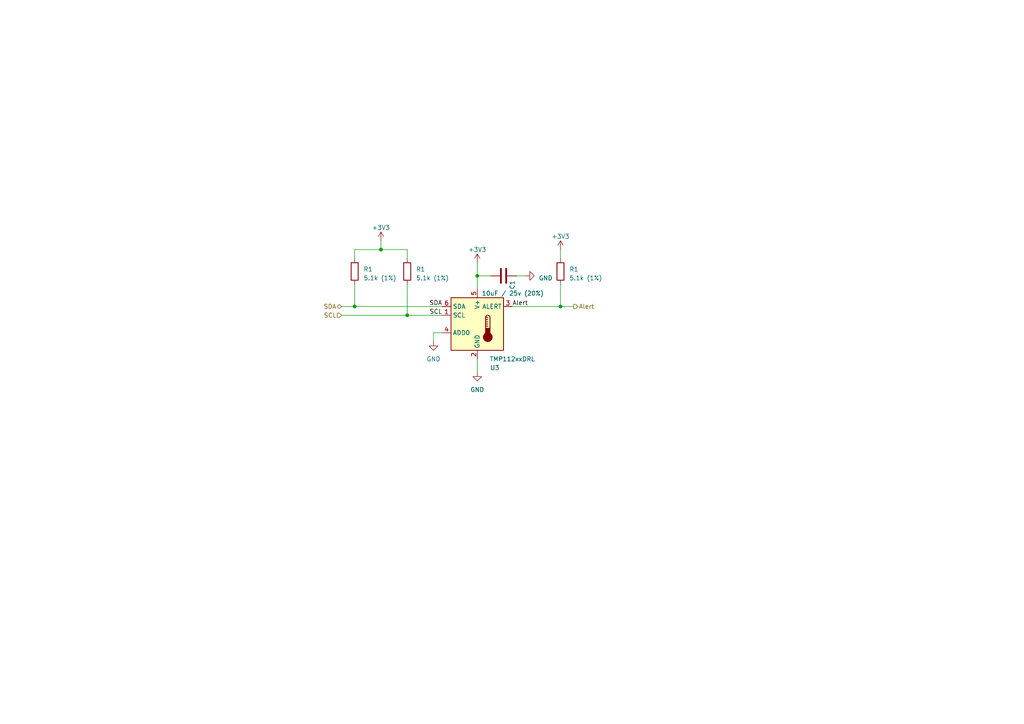
<source format=kicad_sch>
(kicad_sch (version 20230121) (generator eeschema)
  (paper "A4")
  (lib_symbols
    (symbol "Device:C" (pin_numbers hide) (pin_names (offset 0.254))
      (property "Reference" "C" (at 0.635 2.54 0))
      (property "Value" "C" (at 0.635 -2.54 0))
      (symbol "C_0_1"
        (polyline (pts (xy -2.032 -0.762) (xy 2.032 -0.762)) (stroke (width 0.508)))
        (polyline (pts (xy -2.032 0.762) (xy 2.032 0.762)) (stroke (width 0.508)))
      )
      (symbol "C_1_1"
        (pin passive line (at 0 3.81 270) (length 2.794) (name "~") (number "1"))
        (pin passive line (at 0 -3.81 90) (length 2.794) (name "~") (number "2"))
      )
    )
    (symbol "Device:R" (pin_numbers hide) (pin_names (offset 0))
      (property "Reference" "R" (at 2.032 0 90))
      (property "Value" "R" (at 0 0 90))
      (symbol "R_0_1"
        (rectangle (start -1.016 -2.54) (end 1.016 2.54) (stroke (width 0.254)))
      )
      (symbol "R_1_1"
        (pin passive line (at 0 3.81 270) (length 1.27) (name "~") (number "1"))
        (pin passive line (at 0 -3.81 90) (length 1.27) (name "~") (number "2"))
      )
    )
    (symbol "Sensor_Temperature:TMP112xxDRL"
      (property "Reference" "U" (at -2.54 10.795 0))
      (property "Value" "TMP112xxDRL" (at -2.54 8.89 0))
      (symbol "TMP112xxDRL_0_1"
        (rectangle (start -7.62 7.62) (end 7.62 -7.62) (stroke (width 0.254)) (fill (type background)))
      )
      (symbol "TMP112xxDRL_1_1"
        (polyline (pts (xy 2.413 -0.635) (xy 3.048 -0.635)) (stroke (width 0.254)))
        (polyline (pts (xy 2.413 0) (xy 3.048 0)) (stroke (width 0.254)))
        (polyline (pts (xy 2.413 0.635) (xy 3.048 0.635)) (stroke (width 0.254)))
        (polyline (pts (xy 2.413 1.27) (xy 3.048 1.27)) (stroke (width 0.254)))
        (polyline (pts (xy 2.413 1.905) (xy 2.413 -1.27)) (stroke (width 0.254)))
        (polyline (pts (xy 2.413 1.905) (xy 3.048 1.905)) (stroke (width 0.254)))
        (polyline (pts (xy 3.683 1.905) (xy 3.683 -1.27)) (stroke (width 0.254)))
        (circle (center 3.048 -3.81) (radius 1.27) (stroke (width 0.254)) (fill (type outline)))
        (rectangle (start 3.683 -3.175) (end 2.413 -1.27) (stroke (width 0.254)) (fill (type outline)))
        (arc (start 3.683 1.905) (mid 3.048 2.5373) (end 2.413 1.905) (stroke (width 0.254)))
        (pin input line (at -10.16 2.54 0) (length 2.54) (name "SCL") (number "1"))
        (pin power_in line (at 0 -10.16 90) (length 2.54) (name "GND") (number "2"))
        (pin open_collector line (at 10.16 5.08 180) (length 2.54) (name "ALERT") (number "3"))
        (pin input line (at -10.16 -2.54 0) (length 2.54) (name "ADD0") (number "4"))
        (pin power_in line (at 0 10.16 270) (length 2.54) (name "V+") (number "5"))
        (pin bidirectional line (at -10.16 5.08 0) (length 2.54) (name "SDA") (number "6"))
      )
    )
    (symbol "power:+3V3" (power) (pin_names (offset 0))
      (property "Value" "+3V3" (at 0 3.556 0))
      (symbol "+3V3_0_1"
        (polyline (pts (xy -0.762 1.27) (xy 0 2.54)))
        (polyline (pts (xy 0 0) (xy 0 2.54)))
        (polyline (pts (xy 0 2.54) (xy 0.762 1.27)))
      )
      (symbol "+3V3_1_1"
        (pin power_in line (at 0 0 90) (length 0) hide (name "+3V3") (number "1"))
      )
    )
    (symbol "power:GND" (power) (pin_names (offset 0))
      (property "Value" "GND" (at 0 -3.81 0))
      (symbol "GND_0_1"
        (polyline (pts (xy 0 0) (xy 0 -1.27) (xy 1.27 -1.27) (xy 0 -2.54) (xy -1.27 -1.27) (xy 0 -1.27)))
      )
      (symbol "GND_1_1"
        (pin power_in line (at 0 0 270) (length 0) hide (name "GND") (number "1"))
      )
    )
  )
  (junction (at 162.56 88.9))
  (junction (at 138.43 80.01))
  (junction (at 118.11 91.44))
  (junction (at 102.87 88.9))
  (junction (at 110.49 72.39))
  (wire (pts (xy 138.43 80.01) (xy 142.24 80.01)))
  (wire (pts (xy 128.27 96.52) (xy 125.73 96.52)))
  (wire (pts (xy 138.43 104.14) (xy 138.43 107.95)))
  (wire (pts (xy 102.87 72.39) (xy 110.49 72.39)))
  (wire (pts (xy 110.49 69.85) (xy 110.49 72.39)))
  (wire (pts (xy 102.87 82.55) (xy 102.87 88.9)))
  (wire (pts (xy 149.86 80.01) (xy 152.4 80.01)))
  (wire (pts (xy 125.73 96.52) (xy 125.73 99.06)))
  (wire (pts (xy 162.56 88.9) (xy 166.37 88.9)))
  (wire (pts (xy 118.11 72.39) (xy 110.49 72.39)))
  (wire (pts (xy 118.11 91.44) (xy 128.27 91.44)))
  (wire (pts (xy 148.59 88.9) (xy 162.56 88.9)))
  (wire (pts (xy 138.43 76.2) (xy 138.43 80.01)))
  (wire (pts (xy 118.11 82.55) (xy 118.11 91.44)))
  (wire (pts (xy 162.56 82.55) (xy 162.56 88.9)))
  (wire (pts (xy 138.43 83.82) (xy 138.43 80.01)))
  (wire (pts (xy 118.11 74.93) (xy 118.11 72.39)))
  (wire (pts (xy 102.87 72.39) (xy 102.87 74.93)))
  (wire (pts (xy 99.06 91.44) (xy 118.11 91.44)))
  (wire (pts (xy 102.87 88.9) (xy 128.27 88.9)))
  (wire (pts (xy 162.56 72.39) (xy 162.56 74.93)))
  (wire (pts (xy 99.06 88.9) (xy 102.87 88.9)))
  (label "SCL" (at 128.27 91.44 180))
  (label "SDA" (at 128.27 88.9 180))
  (label "Alert" (at 148.59 88.9 0))
  (hierarchical_label "SDA" (shape bidirectional) (at 99.06 88.9 180))
  (hierarchical_label "SCL" (shape input) (at 99.06 91.44 180))
  (hierarchical_label "Alert" (shape output) (at 166.37 88.9 0))
  (symbol (lib_id "power:+3V3") (at 110.49 69.85 0) (unit 1)
    (property "Reference" "#PWR024" (effects hide))
    (property "Value" "+3V3" (at 110.49 66.04 0))
  )
  (symbol (lib_id "Device:R") (at 102.87 78.74 0) (unit 1)
    (property "Reference" "R1" (at 105.41 78.105 0) (effects (justify left)))
    (property "Value" "5.1k (1%)" (at 105.41 80.645 0) (effects (justify left)))
    (property "Footprint" "PCM_Resistor_SMD_AKL:R_0603_1608Metric" (effects hide))
    (instances (project "KwartzLab-SensorBoard-Rev1" (path "" (reference "R1") (unit 1)) (path "" (reference "R4") (unit 1))) (project "ic_esp32_wroom_32" (path "" (reference "R1") (unit 1))) (project "ic_esp32_c3_mini" (path "" (reference "R?") (unit 1))))
  )
  (symbol (lib_id "Device:C") (at 146.05 80.01 90) (unit 1)
    (property "Reference" "C1" (at 148.59 81.28 0) (effects (justify right)))
    (property "Value" "10uF / 25v (20%)" (at 139.7 85.09 90) (effects (justify right)))
    (property "Footprint" "Capacitor_SMD:C_0603_1608Metric" (effects hide))
    (instances (project "KwartzLab-SensorBoard-Rev1" (path "" (reference "C1") (unit 1)) (path "" (reference "C10") (unit 1))) (project "ic_esp32_wroom_32" (path "" (reference "C1") (unit 1))) (project "ic_esp32_c3_mini" (path "" (reference "C?") (unit 1))))
  )
  (symbol (lib_id "power:GND") (at 152.4 80.01 90) (unit 1)
    (property "Reference" "#PWR028" (effects hide))
    (property "Value" "GND" (at 156.21 80.645 90) (effects (justify right)))
  )
  (symbol (lib_id "Sensor_Temperature:TMP112xxDRL") (at 138.43 93.98 0) (unit 1)
    (property "Reference" "U3" (at 143.51 106.68 0))
    (property "Value" "TMP112xxDRL" (at 148.59 104.14 0))
    (property "Footprint" "Package_TO_SOT_SMD:SOT-563" (effects hide))
    (property "Datasheet" "https://www.ti.com/lit/ds/symlink/tmp112.pdf" (effects hide))
  )
  (symbol (lib_id "power:GND") (at 138.43 107.95 0) (unit 1)
    (property "Reference" "#PWR027" (effects hide))
    (property "Value" "GND" (at 138.43 113.03 0))
  )
  (symbol (lib_id "power:+3V3") (at 138.43 76.2 0) (unit 1)
    (property "Reference" "#PWR026" (effects hide))
    (property "Value" "+3V3" (at 138.43 72.39 0))
  )
  (symbol (lib_id "power:+3V3") (at 162.56 72.39 0) (unit 1)
    (property "Reference" "#PWR029" (effects hide))
    (property "Value" "+3V3" (at 162.56 68.58 0))
  )
  (symbol (lib_id "power:GND") (at 125.73 99.06 0) (unit 1)
    (property "Reference" "#PWR025" (effects hide))
    (property "Value" "GND" (at 125.73 104.14 0))
  )
  (symbol (lib_id "Device:R") (at 162.56 78.74 0) (unit 1)
    (property "Reference" "R1" (at 165.1 78.105 0) (effects (justify left)))
    (property "Value" "5.1k (1%)" (at 165.1 80.645 0) (effects (justify left)))
    (property "Footprint" "PCM_Resistor_SMD_AKL:R_0603_1608Metric" (effects hide))
    (instances (project "KwartzLab-SensorBoard-Rev1" (path "" (reference "R1") (unit 1)) (path "" (reference "R6") (unit 1))) (project "ic_esp32_wroom_32" (path "" (reference "R1") (unit 1))) (project "ic_esp32_c3_mini" (path "" (reference "R?") (unit 1))))
  )
  (symbol (lib_id "Device:R") (at 118.11 78.74 0) (unit 1)
    (property "Reference" "R1" (at 120.65 78.105 0) (effects (justify left)))
    (property "Value" "5.1k (1%)" (at 120.65 80.645 0) (effects (justify left)))
    (property "Footprint" "PCM_Resistor_SMD_AKL:R_0603_1608Metric" (effects hide))
    (instances (project "KwartzLab-SensorBoard-Rev1" (path "" (reference "R1") (unit 1)) (path "" (reference "R5") (unit 1))) (project "ic_esp32_wroom_32" (path "" (reference "R1") (unit 1))) (project "ic_esp32_c3_mini" (path "" (reference "R?") (unit 1))))
  )
)
</source>
